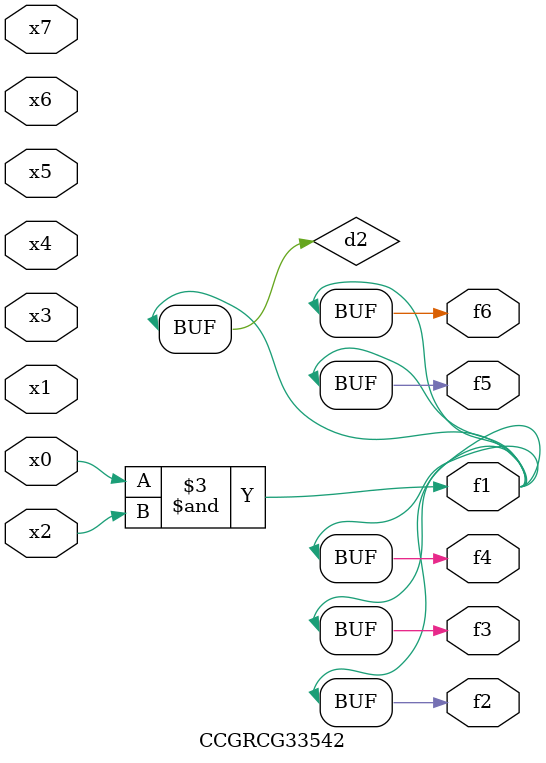
<source format=v>
module CCGRCG33542(
	input x0, x1, x2, x3, x4, x5, x6, x7,
	output f1, f2, f3, f4, f5, f6
);

	wire d1, d2;

	nor (d1, x3, x6);
	and (d2, x0, x2);
	assign f1 = d2;
	assign f2 = d2;
	assign f3 = d2;
	assign f4 = d2;
	assign f5 = d2;
	assign f6 = d2;
endmodule

</source>
